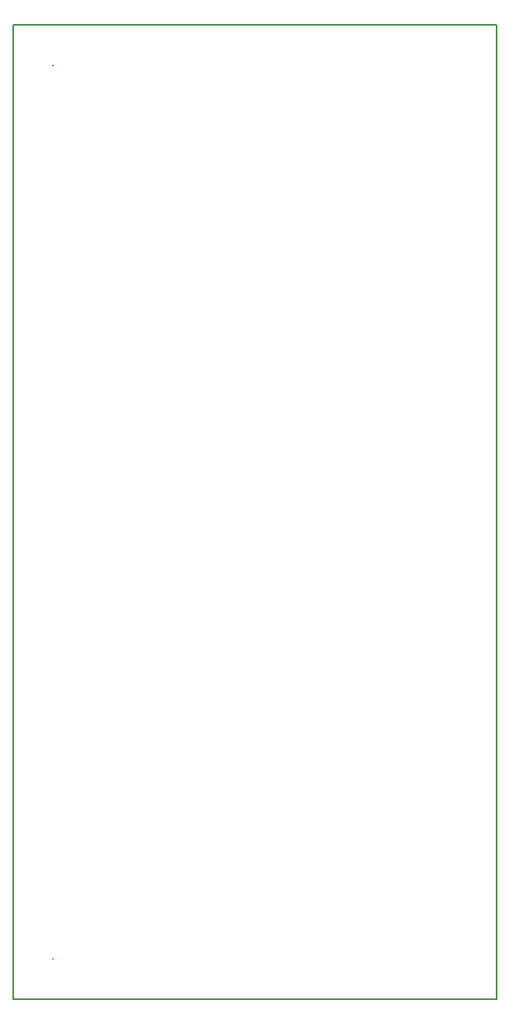
<source format=gbr>
%FSLAX46Y46*%
G04 Gerber Fmt 4.6, Leading zero omitted, Abs format (unit mm)*
G04 Created by KiCad (PCBNEW (2014-jul-16 BZR unknown)-product) date lun 15 sep 2014 11:32:51 CEST*
%MOMM*%
G01*
G04 APERTURE LIST*
%ADD10C,0.150000*%
G04 APERTURE END LIST*
D10*
X79059166Y-64452500D02*
G75*
G03X79059166Y-64452500I-1666J0D01*
G74*
G01*
X79055000Y-64452500D02*
X79060000Y-64452500D01*
X79057500Y-64450000D02*
X79057500Y-64455000D01*
X79059166Y-155892500D02*
G75*
G03X79059166Y-155892500I-1666J0D01*
G74*
G01*
X79055000Y-155892500D02*
X79060000Y-155892500D01*
X79057500Y-155890000D02*
X79057500Y-155895000D01*
X74930000Y-60325000D02*
X74930000Y-160020000D01*
X124460000Y-60325000D02*
X74930000Y-60325000D01*
X124460000Y-160020000D02*
X124460000Y-60325000D01*
X74930000Y-160020000D02*
X124460000Y-160020000D01*
M02*

</source>
